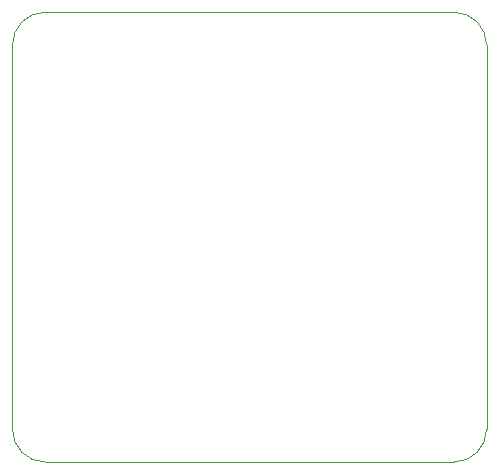
<source format=gbr>
%TF.GenerationSoftware,KiCad,Pcbnew,(7.0.0-0)*%
%TF.CreationDate,2023-06-12T13:32:23+02:00*%
%TF.ProjectId,Monitoring_Board_v01,4d6f6e69-746f-4726-996e-675f426f6172,v01*%
%TF.SameCoordinates,Original*%
%TF.FileFunction,Profile,NP*%
%FSLAX46Y46*%
G04 Gerber Fmt 4.6, Leading zero omitted, Abs format (unit mm)*
G04 Created by KiCad (PCBNEW (7.0.0-0)) date 2023-06-12 13:32:23*
%MOMM*%
%LPD*%
G01*
G04 APERTURE LIST*
%TA.AperFunction,Profile*%
%ADD10C,0.100000*%
%TD*%
G04 APERTURE END LIST*
D10*
X157226000Y-79502000D02*
G75*
G03*
X159996000Y-76732000I0J2770000D01*
G01*
X119862000Y-44172000D02*
X119862000Y-76732000D01*
X119862000Y-76732000D02*
G75*
G03*
X122632000Y-79502000I2770000J0D01*
G01*
X159996000Y-44172000D02*
G75*
G03*
X157226000Y-41402000I-2770000J0D01*
G01*
X122632000Y-41402000D02*
G75*
G03*
X119862000Y-44172000I0J-2770000D01*
G01*
X122632000Y-79502000D02*
X157226000Y-79502000D01*
X157226000Y-41402000D02*
X122632000Y-41402000D01*
X159996000Y-76732000D02*
X159996000Y-44172000D01*
M02*

</source>
